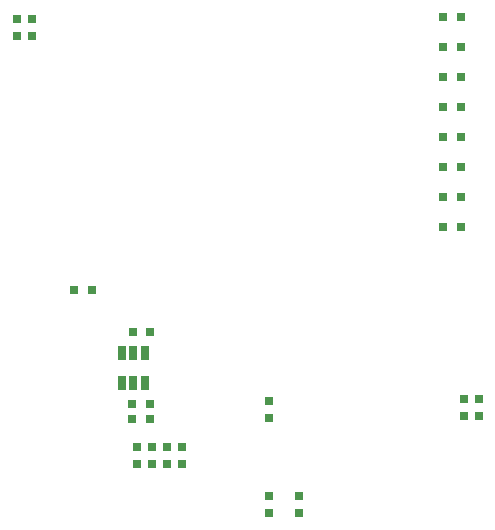
<source format=gtp>
G04*
G04 #@! TF.GenerationSoftware,Altium Limited,Altium Designer,20.0.13 (296)*
G04*
G04 Layer_Color=8421504*
%FSLAX25Y25*%
%MOIN*%
G70*
G01*
G75*
%ADD15R,0.02500X0.05000*%
%ADD16R,0.02953X0.03150*%
%ADD17R,0.03150X0.02953*%
D15*
X415250Y283500D02*
D03*
X411450D02*
D03*
Y293500D02*
D03*
X415250D02*
D03*
X407750D02*
D03*
Y283500D02*
D03*
D16*
X411291Y300500D02*
D03*
X417000D02*
D03*
X397500Y314500D02*
D03*
X391791D02*
D03*
X416854Y276500D02*
D03*
X411146D02*
D03*
Y271500D02*
D03*
X416854D02*
D03*
X514791Y405500D02*
D03*
X520500D02*
D03*
Y395500D02*
D03*
X514791D02*
D03*
Y385500D02*
D03*
X520500D02*
D03*
Y375500D02*
D03*
X514791D02*
D03*
Y365500D02*
D03*
X520500D02*
D03*
Y355500D02*
D03*
X514791D02*
D03*
Y345500D02*
D03*
X520500D02*
D03*
Y335500D02*
D03*
X514791D02*
D03*
D17*
X526500Y278209D02*
D03*
Y272500D02*
D03*
X521500Y272646D02*
D03*
Y278354D02*
D03*
X377500Y399146D02*
D03*
Y404854D02*
D03*
X372500Y399146D02*
D03*
Y404854D02*
D03*
X456500Y277709D02*
D03*
Y272000D02*
D03*
X466500Y246000D02*
D03*
Y240291D02*
D03*
X456500Y246000D02*
D03*
Y240291D02*
D03*
X427500Y262354D02*
D03*
Y256646D02*
D03*
X422500Y262354D02*
D03*
Y256646D02*
D03*
X417500Y262354D02*
D03*
Y256646D02*
D03*
X412500Y262354D02*
D03*
Y256646D02*
D03*
M02*

</source>
